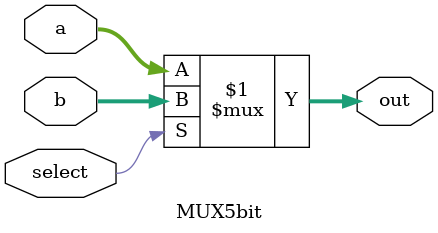
<source format=v>
module MUX5bit (
    input wire [4:0] a,
    input wire [4:0] b,
    input wire select,
    output wire [4:0] out
);
    assign out = (select) ? b : a;
endmodule
</source>
